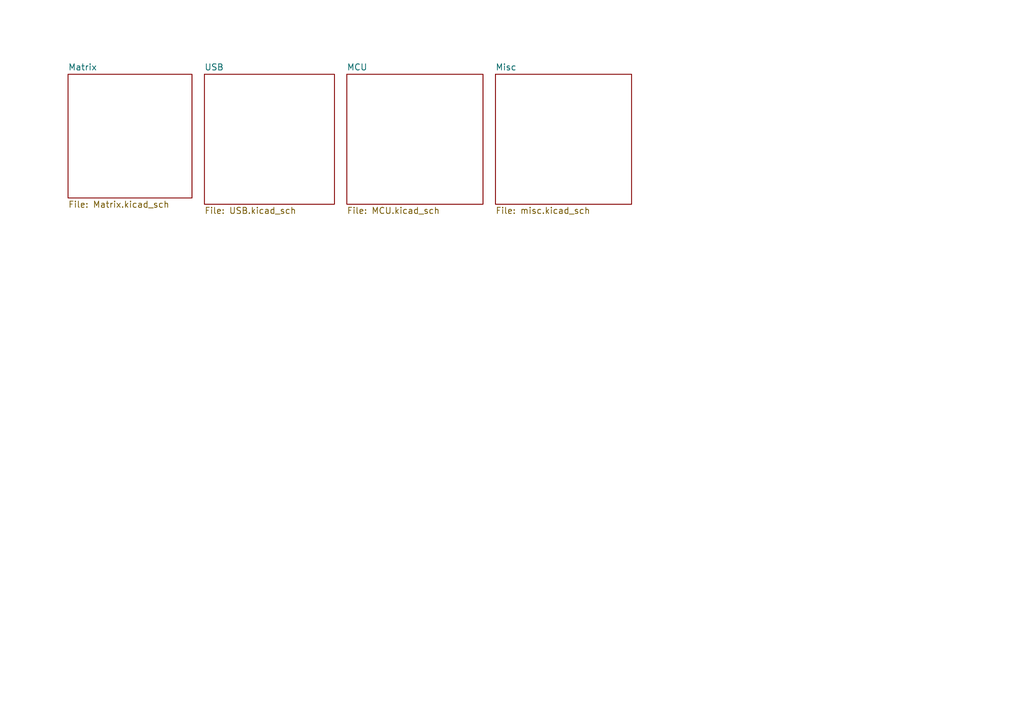
<source format=kicad_sch>
(kicad_sch (version 20211123) (generator eeschema)
  (paper "A5")
  (title_block (date "2022-08-21") (rev "Gridion PCB"))
  (lib_symbols)
  (sheet (at 71.12 15.24) (size 27.94 26.67) (stroke (width 0.1524))
    (property "Sheet name" "MCU" (at 71.12 14.5284 0) (effects (justify left bottom)))
    (property "Sheet file" "MCU.kicad_sch" (at 71.12 42.4946 0) (effects (justify left top)))
  )
  (sheet (at 101.6 15.24) (size 27.94 26.67) (stroke (width 0.1524))
    (property "Sheet name" "Misc" (at 101.6 14.5284 0) (effects (justify left bottom)))
    (property "Sheet file" "misc.kicad_sch" (at 101.6 42.4946 0) (effects (justify left top)))
  )
  (sheet (at 13.97 15.24) (size 25.4 25.4) (stroke (width 0.1524))
    (property "Sheet name" "Matrix" (at 13.97 14.5284 0) (effects (justify left bottom)))
    (property "Sheet file" "Matrix.kicad_sch" (at 13.97 41.2246 0) (effects (justify left top)))
  )
  (sheet (at 41.91 15.24) (size 26.67 26.67) (stroke (width 0.1524))
    (property "Sheet name" "USB" (at 41.91 14.5284 0) (effects (justify left bottom)))
    (property "Sheet file" "USB.kicad_sch" (at 41.91 42.4946 0) (effects (justify left top)))
  )
)
</source>
